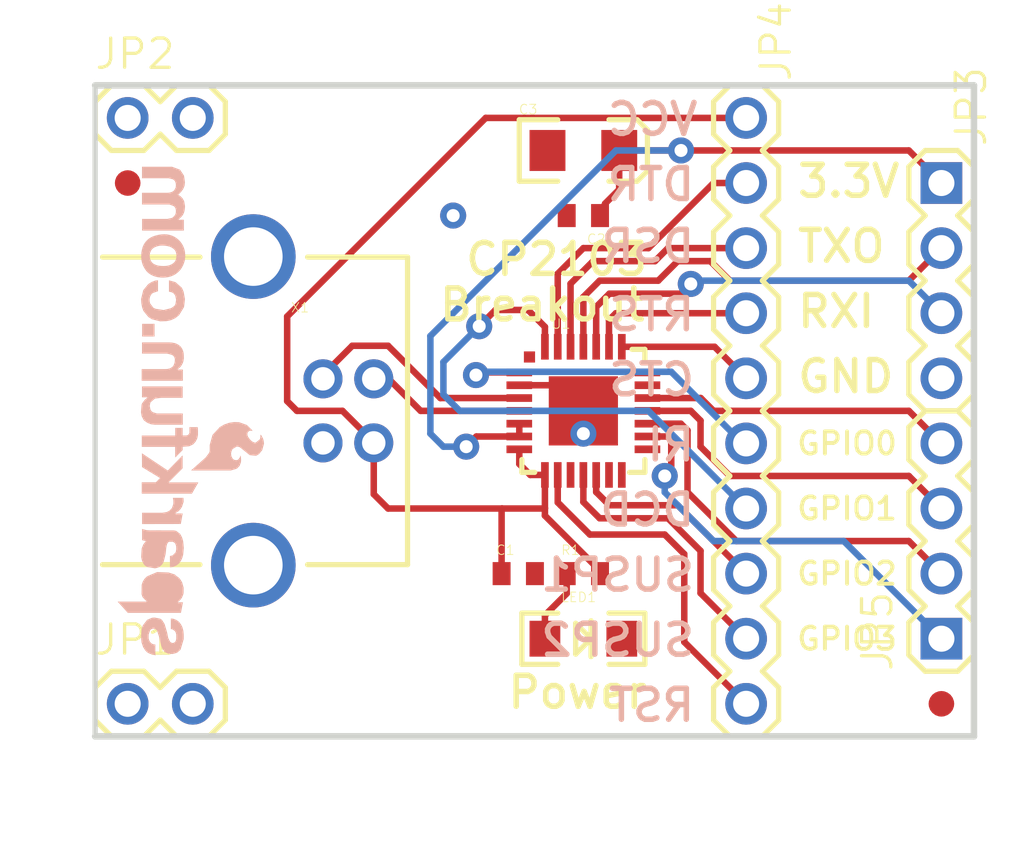
<source format=kicad_pcb>
(kicad_pcb (version 20211014) (generator pcbnew)
  (layers (0 "F.Cu" signal) (31 "B.Cu" signal) (34 "B.Paste" user) (35 "F.Paste" user) (36 "B.SilkS" user "B.Silkscreen") (37 "F.SilkS" user "F.Silkscreen") (38 "B.Mask" user) (39 "F.Mask" user) (44 "Edge.Cuts" user))
  (net 0 "")
  (net 1 "GND")
  (net 2 "VCC")
  (net 3 "3.3V")
  (net 4 "RST")
  (net 5 "SUSP1")
  (net 6 "SUSP2")
  (net 7 "RI")
  (net 8 "DCD")
  (net 9 "DTR")
  (net 10 "DSR")
  (net 11 "RTS")
  (net 12 "CTS")
  (net 13 "TX")
  (net 14 "RX")
  (net 15 "N$3")
  (net 16 "D-")
  (net 17 "D+")
  (net 18 "GPIO0")
  (net 19 "GPIO1")
  (net 20 "GPIO2")
  (net 21 "GPIO3")
  (footprint "boardEagle:LED-1206" (layer "F.Cu") (at 150.4061 113.8936)
    (fp_text reference "LED1" (at -0.889 -1.397) (layer "F.SilkS") (effects (font (size 0.373888 0.373888) (thickness 0.032512)) (justify left bottom)))
    (fp_text value "Red")
    (pad "A" smd rect (at -1.5 0) (size 1.2 1.4) (layers "F.Cu" "F.Paste" "F.Mask") (net 15 "N$3"))
    (pad "C" smd rect (at 1.5 0) (size 1.2 1.4) (layers "F.Cu" "F.Paste" "F.Mask") (net 1 "GND"))
  )
  (footprint "boardEagle:C0402" (layer "F.Cu") (at 150.4061 111.3536)
    (fp_text reference "R1" (at -0.889 -0.6985) (layer "F.SilkS") (effects (font (size 0.373888 0.373888) (thickness 0.032512)) (justify left bottom)))
    (fp_text value "330")
    (pad "1" smd rect (at -0.65 0) (size 0.7 0.9) (layers "F.Cu" "F.Paste" "F.Mask") (net 15 "N$3"))
    (pad "2" smd rect (at 0.65 0) (size 0.7 0.9) (layers "F.Cu" "F.Paste" "F.Mask") (net 2 "VCC"))
  )
  (footprint "boardEagle:USB-B-PTH" (layer "F.Cu") (at 140.2461 105.0036)
    (fp_text reference "X1" (at -1.27 -3.81) (layer "F.SilkS") (effects (font (size 0.373888 0.373888) (thickness 0.032512)) (justify left bottom)))
    (fp_text value "USBPTH")
    (pad "D+" thru_hole circle (at 0 -1.25 270) (size 1.524 1.524) (drill 0.9144) (layers *.Cu *.Mask) (net 17 "D+"))
    (pad "D-" thru_hole circle (at 1.9812 -1.25 90) (size 1.524 1.524) (drill 0.9144) (layers *.Cu *.Mask) (net 16 "D-"))
    (pad "GND" thru_hole circle (at 0 1.25 270) (size 1.524 1.524) (drill 0.9144) (layers *.Cu *.Mask) (net 1 "GND"))
    (pad "P$1" thru_hole circle (at -2.7178 6.0198) (size 3.302 3.302) (drill 2.286) (layers *.Cu *.Mask))
    (pad "P$2" thru_hole circle (at -2.7178 -6.0198) (size 3.302 3.302) (drill 2.286) (layers *.Cu *.Mask))
    (pad "VBUS" thru_hole circle (at 1.9812 1.25 90) (size 1.524 1.524) (drill 0.9144) (layers *.Cu *.Mask) (net 2 "VCC"))
  )
  (footprint "boardEagle:1X04" (layer "F.Cu") (at 164.3761 113.8936 90)
    (fp_text reference "JP5" (at -1.3462 -1.8288 90) (layer "F.SilkS") (effects (font (size 1.143 1.143) (thickness 0.127)) (justify left bottom)))
    (fp_text value "")
    (pad "1" thru_hole rect (at 0 0 180) (size 1.6256 1.6256) (drill 1.016) (layers *.Cu *.Mask) (net 21 "GPIO3"))
    (pad "2" thru_hole circle (at 2.54 0 180) (size 1.6256 1.6256) (drill 1.016) (layers *.Cu *.Mask) (net 20 "GPIO2"))
    (pad "3" thru_hole circle (at 5.08 0 180) (size 1.6256 1.6256) (drill 1.016) (layers *.Cu *.Mask) (net 19 "GPIO1"))
    (pad "4" thru_hole circle (at 7.62 0 180) (size 1.6256 1.6256) (drill 1.016) (layers *.Cu *.Mask) (net 18 "GPIO0"))
  )
  (footprint "boardEagle:1X02" (layer "F.Cu") (at 132.6261 93.5736)
    (fp_text reference "JP2" (at -1.3462 -1.8288) (layer "F.SilkS") (effects (font (size 1.143 1.143) (thickness 0.127)) (justify left bottom)))
    (fp_text value "")
    (pad "1" thru_hole circle (at 0 0 90) (size 1.6256 1.6256) (drill 1.016) (layers *.Cu *.Mask))
    (pad "2" thru_hole circle (at 2.54 0 90) (size 1.6256 1.6256) (drill 1.016) (layers *.Cu *.Mask))
  )
  (footprint "boardEagle:STAND-OFF" (layer "F.Cu") (at 141.5161 115.1636)
    (fp_text reference "U$6" hide)
    (fp_text value "STAND-OFF" hide)
    (pad "" np_thru_hole circle (at 0 0) (size 3.302 3.302) (drill 3.302) (layers *.Cu *.Mask))
  )
  (footprint "boardEagle:STAND-OFF" (layer "F.Cu") (at 141.5161 94.8436)
    (fp_text reference "U$7" hide)
    (fp_text value "STAND-OFF" hide)
    (pad "" np_thru_hole circle (at 0 0) (size 3.302 3.302) (drill 3.302) (layers *.Cu *.Mask))
  )
  (footprint "boardEagle:EIA3216" (layer "F.Cu") (at 150.4061 94.8436)
    (fp_text reference "C3" (at -2.54 -1.381) (layer "F.SilkS") (effects (font (size 0.373888 0.373888) (thickness 0.032512)) (justify left bottom)))
    (fp_text value "10uF")
    (pad "A" smd rect (at 1.4 0 90) (size 1.6 1.4) (layers "F.Cu" "F.Paste" "F.Mask") (net 3 "3.3V"))
    (pad "C" smd rect (at -1.4 0 90) (size 1.6 1.4) (layers "F.Cu" "F.Paste" "F.Mask") (net 1 "GND"))
  )
  (footprint "boardEagle:1X02" (layer "F.Cu") (at 132.6261 116.4336)
    (fp_text reference "JP1" (at -1.3462 -1.8288) (layer "F.SilkS") (effects (font (size 1.143 1.143) (thickness 0.127)) (justify left bottom)))
    (fp_text value "")
    (pad "1" thru_hole circle (at 0 0 90) (size 1.6256 1.6256) (drill 1.016) (layers *.Cu *.Mask))
    (pad "2" thru_hole circle (at 2.54 0 90) (size 1.6256 1.6256) (drill 1.016) (layers *.Cu *.Mask))
  )
  (footprint "boardEagle:FIDUCIAL-1X2" (layer "F.Cu") (at 164.3761 116.4336)
    (fp_text reference "U$2" hide)
    (fp_text value "FIDUCIAL1X2" hide)
    (pad "1" smd roundrect (at 0 0) (size 1 1) (layers "F.Cu" "F.Mask") (roundrect_rratio 0.5))
  )
  (footprint "boardEagle:C0402" (layer "F.Cu") (at 150.4061 97.3836 180)
    (fp_text reference "C2" (at -0.889 -0.6985 180) (layer "F.SilkS") (effects (font (size 0.373888 0.373888) (thickness 0.032512)) (justify right top)))
    (fp_text value "0.1uF")
    (pad "1" smd rect (at -0.65 0 180) (size 0.7 0.9) (layers "F.Cu" "F.Paste" "F.Mask") (net 3 "3.3V"))
    (pad "2" smd rect (at 0.65 0 180) (size 0.7 0.9) (layers "F.Cu" "F.Paste" "F.Mask") (net 1 "GND"))
  )
  (footprint "boardEagle:FIDUCIAL-1X2" (layer "F.Cu") (at 132.6261 96.1136)
    (fp_text reference "U$3" hide)
    (fp_text value "FIDUCIAL1X2" hide)
    (pad "1" smd roundrect (at 0 0) (size 1 1) (layers "F.Cu" "F.Mask") (roundrect_rratio 0.5))
  )
  (footprint "boardEagle:1X10" (layer "F.Cu") (at 156.7561 93.5736 -90)
    (fp_text reference "JP4" (at -1.3462 -1.8288 -90) (layer "F.SilkS") (effects (font (size 1.143 1.143) (thickness 0.127)) (justify left bottom)))
    (fp_text value "")
    (pad "1" thru_hole circle (at 0 0) (size 1.6256 1.6256) (drill 1.016) (layers *.Cu *.Mask) (net 2 "VCC"))
    (pad "2" thru_hole circle (at 2.54 0) (size 1.6256 1.6256) (drill 1.016) (layers *.Cu *.Mask) (net 9 "DTR"))
    (pad "3" thru_hole circle (at 5.08 0) (size 1.6256 1.6256) (drill 1.016) (layers *.Cu *.Mask) (net 10 "DSR"))
    (pad "4" thru_hole circle (at 7.62 0) (size 1.6256 1.6256) (drill 1.016) (layers *.Cu *.Mask) (net 11 "RTS"))
    (pad "5" thru_hole circle (at 10.16 0) (size 1.6256 1.6256) (drill 1.016) (layers *.Cu *.Mask) (net 12 "CTS"))
    (pad "6" thru_hole circle (at 12.7 0) (size 1.6256 1.6256) (drill 1.016) (layers *.Cu *.Mask) (net 7 "RI"))
    (pad "7" thru_hole circle (at 15.24 0) (size 1.6256 1.6256) (drill 1.016) (layers *.Cu *.Mask) (net 8 "DCD"))
    (pad "8" thru_hole circle (at 17.78 0) (size 1.6256 1.6256) (drill 1.016) (layers *.Cu *.Mask) (net 5 "SUSP1"))
    (pad "9" thru_hole circle (at 20.32 0) (size 1.6256 1.6256) (drill 1.016) (layers *.Cu *.Mask) (net 6 "SUSP2"))
    (pad "10" thru_hole circle (at 22.86 0) (size 1.6256 1.6256) (drill 1.016) (layers *.Cu *.Mask) (net 4 "RST"))
  )
  (footprint "boardEagle:C0402" (layer "F.Cu") (at 147.8661 111.3536)
    (fp_text reference "C1" (at -0.889 -0.6985) (layer "F.SilkS") (effects (font (size 0.373888 0.373888) (thickness 0.032512)) (justify left bottom)))
    (fp_text value "1uF")
    (pad "1" smd rect (at -0.65 0) (size 0.7 0.9) (layers "F.Cu" "F.Paste" "F.Mask") (net 2 "VCC"))
    (pad "2" smd rect (at 0.65 0) (size 0.7 0.9) (layers "F.Cu" "F.Paste" "F.Mask") (net 1 "GND"))
  )
  (footprint "boardEagle:MLP28" (layer "F.Cu") (at 150.4061 105.0036)
    (fp_text reference "U1" (at -1.27 -3.175) (layer "F.SilkS") (effects (font (size 0.373888 0.373888) (thickness 0.032512)) (justify left bottom)))
    (fp_text value "CP2103")
    (pad "1" smd rect (at -2.5 -1.5) (size 1 0.3) (layers "F.Cu") (net 7 "RI"))
    (pad "2" smd rect (at -2.5 -1) (size 1 0.3) (layers "F.Cu") (net 1 "GND"))
    (pad "3" smd rect (at -2.5 -0.5) (size 1 0.3) (layers "F.Cu") (net 17 "D+"))
    (pad "4" smd rect (at -2.5 0) (size 1 0.3) (layers "F.Cu") (net 16 "D-"))
    (pad "5" smd rect (at -2.5 0.5) (size 1 0.3) (layers "F.Cu") (net 3 "3.3V"))
    (pad "6" smd rect (at -2.5 1) (size 1 0.3) (layers "F.Cu") (net 3 "3.3V"))
    (pad "7" smd rect (at -2.5 1.5) (size 1 0.3) (layers "F.Cu") (net 2 "VCC"))
    (pad "8" smd rect (at -1.5 2.5 90) (size 1 0.3) (layers "F.Cu") (net 2 "VCC"))
    (pad "9" smd rect (at -1 2.5 90) (size 1 0.3) (layers "F.Cu") (net 4 "RST"))
    (pad "10" smd rect (at -0.5 2.5 90) (size 1 0.3) (layers "F.Cu"))
    (pad "11" smd rect (at 0 2.5 90) (size 1 0.3) (layers "F.Cu") (net 6 "SUSP2"))
    (pad "12" smd rect (at 0.5 2.5 90) (size 1 0.3) (layers "F.Cu") (net 5 "SUSP1"))
    (pad "13" smd rect (at 1 2.5 90) (size 1 0.3) (layers "F.Cu"))
    (pad "14" smd rect (at 1.5 2.5 90) (size 1 0.3) (layers "F.Cu"))
    (pad "15" smd rect (at 2.5 1.5 180) (size 1 0.3) (layers "F.Cu"))
    (pad "16" smd rect (at 2.5 1 180) (size 1 0.3) (layers "F.Cu") (net 21 "GPIO3"))
    (pad "17" smd rect (at 2.5 0.5 180) (size 1 0.3) (layers "F.Cu") (net 20 "GPIO2"))
    (pad "18" smd rect (at 2.5 0 180) (size 1 0.3) (layers "F.Cu") (net 19 "GPIO1"))
    (pad "19" smd rect (at 2.5 -0.5 180) (size 1 0.3) (layers "F.Cu") (net 18 "GPIO0"))
    (pad "20" smd rect (at 2.5 -1 180) (size 1 0.3) (layers "F.Cu"))
    (pad "21" smd rect (at 2.5 -1.5 180) (size 1 0.3) (layers "F.Cu"))
    (pad "22" smd rect (at 1.5 -2.5 270) (size 1 0.3) (layers "F.Cu") (net 12 "CTS"))
    (pad "23" smd rect (at 1 -2.5 270) (size 1 0.3) (layers "F.Cu") (net 11 "RTS"))
    (pad "24" smd rect (at 0.5 -2.5 270) (size 1 0.3) (layers "F.Cu") (net 14 "RX"))
    (pad "25" smd rect (at 0 -2.5 270) (size 1 0.3) (layers "F.Cu") (net 13 "TX"))
    (pad "26" smd rect (at -0.5 -2.5 270) (size 1 0.3) (layers "F.Cu") (net 10 "DSR"))
    (pad "27" smd rect (at -1 -2.5 270) (size 1 0.3) (layers "F.Cu") (net 9 "DTR"))
    (pad "28" smd rect (at -1.5 -2.5 270) (size 1 0.3) (layers "F.Cu") (net 8 "DCD"))
    (pad "EXP" smd rect (at 0 0) (size 2.7 2.7) (layers "F.Cu") (net 1 "GND"))
    (pad "M" smd rect (at -2.1025 -2.1025) (size 0.435 0.435) (layers "F.Cu") (net 1 "GND"))
  )
  (footprint "boardEagle:1X04" (layer "F.Cu") (at 164.3761 96.1136 -90)
    (fp_text reference "JP3" (at -1.3462 -1.8288 -90) (layer "F.SilkS") (effects (font (size 1.143 1.143) (thickness 0.127)) (justify left bottom)))
    (fp_text value "")
    (pad "1" thru_hole rect (at 0 0) (size 1.6256 1.6256) (drill 1.016) (layers *.Cu *.Mask) (net 3 "3.3V"))
    (pad "2" thru_hole circle (at 2.54 0) (size 1.6256 1.6256) (drill 1.016) (layers *.Cu *.Mask) (net 13 "TX"))
    (pad "3" thru_hole circle (at 5.08 0) (size 1.6256 1.6256) (drill 1.016) (layers *.Cu *.Mask) (net 14 "RX"))
    (pad "4" thru_hole circle (at 7.62 0) (size 1.6256 1.6256) (drill 1.016) (layers *.Cu *.Mask) (net 1 "GND"))
  )
  (footprint "boardEagle:SFE-NEW-WEBLOGO" (layer "B.Cu") (at 132.2451 114.5286 90)
    (fp_text reference "U$1" hide)
    (fp_text value "LOGO-SFENEW" hide)
  )
  (gr_line (start 165.6461 117.7036) (end 165.6461 92.3036) (layer "Edge.Cuts") (width 0.254))
  (gr_line (start 131.3561 117.7036) (end 165.6461 117.7036) (layer "Edge.Cuts") (width 0.254))
  (gr_line (start 131.3561 92.3036) (end 131.3561 117.7036) (layer "Edge.Cuts") (width 0.2032))
  (gr_line (start 165.6461 92.3036) (end 131.3561 92.3036) (layer "Edge.Cuts") (width 0.254))
  (gr_text "VCC" (at 154.9781 94.3356) (layer "B.SilkS") (effects (font (size 1.20904 1.20904) (thickness 0.21336)) (justify left bottom mirror)))
  (gr_text "RST" (at 154.8511 117.1956) (layer "B.SilkS") (effects (font (size 1.20904 1.20904) (thickness 0.21336)) (justify left bottom mirror)))
  (gr_text "DCD" (at 154.8511 109.5756) (layer "B.SilkS") (effects (font (size 1.20904 1.20904) (thickness 0.21336)) (justify left bottom mirror)))
  (gr_text "CTS" (at 154.8511 104.4956) (layer "B.SilkS") (effects (font (size 1.20904 1.20904) (thickness 0.21336)) (justify left bottom mirror)))
  (gr_text "DTR" (at 154.8511 96.8756) (layer "B.SilkS") (effects (font (size 1.20904 1.20904) (thickness 0.21336)) (justify left bottom mirror)))
  (gr_text "SUSP2" (at 154.8511 114.6556) (layer "B.SilkS") (effects (font (size 1.20904 1.20904) (thickness 0.21336)) (justify left bottom mirror)))
  (gr_text "SUSP1" (at 154.8511 112.1156) (layer "B.SilkS") (effects (font (size 1.20904 1.20904) (thickness 0.21336)) (justify left bottom mirror)))
  (gr_text "RTS" (at 154.8511 101.9556) (layer "B.SilkS") (effects (font (size 1.20904 1.20904) (thickness 0.21336)) (justify left bottom mirror)))
  (gr_text "DSR" (at 154.8511 99.2886) (layer "B.SilkS") (effects (font (size 1.20904 1.20904) (thickness 0.21336)) (justify left bottom mirror)))
  (gr_text "RI" (at 154.8511 107.0356) (layer "B.SilkS") (effects (font (size 1.20904 1.20904) (thickness 0.21336)) (justify left bottom mirror)))
  (gr_text "GND" (at 158.6611 104.3686) (layer "F.SilkS") (effects (font (size 1.20904 1.20904) (thickness 0.21336)) (justify left bottom)))
  (gr_text "GPIO3" (at 158.6611 114.4016) (layer "F.SilkS") (effects (font (size 0.8636 0.8636) (thickness 0.1524)) (justify left bottom)))
  (gr_text "RXI" (at 158.6611 101.8286) (layer "F.SilkS") (effects (font (size 1.20904 1.20904) (thickness 0.21336)) (justify left bottom)))
  (gr_text "GPIO0" (at 158.6611 106.7816) (layer "F.SilkS") (effects (font (size 0.8636 0.8636) (thickness 0.1524)) (justify left bottom)))
  (gr_text "Power" (at 147.3581 116.6876) (layer "F.SilkS") (effects (font (size 1.20904 1.20904) (thickness 0.21336)) (justify left bottom)))
  (gr_text "GPIO2" (at 158.6611 111.8616) (layer "F.SilkS") (effects (font (size 0.8636 0.8636) (thickness 0.1524)) (justify left bottom)))
  (gr_text "3.3V" (at 158.6611 96.7486) (layer "F.SilkS") (effects (font (size 1.20904 1.20904) (thickness 0.21336)) (justify left bottom)))
  (gr_text "Breakout" (at 144.6911 101.5746) (layer "F.SilkS") (effects (font (size 1.20904 1.20904) (thickness 0.21336)) (justify left bottom)))
  (gr_text "CP2103" (at 145.7071 99.7966) (layer "F.SilkS") (effects (font (size 1.20904 1.20904) (thickness 0.21336)) (justify left bottom)))
  (gr_text "TXO" (at 158.6611 99.2886) (layer "F.SilkS") (effects (font (size 1.20904 1.20904) (thickness 0.21336)) (justify left bottom)))
  (gr_text "GPIO1" (at 158.6611 109.3216) (layer "F.SilkS") (effects (font (size 0.8636 0.8636) (thickness 0.1524)) (justify left bottom)))
  (segment (start 149.7871 104.0036) (end 150.4061 104.6226) (width 0.254) (layer "F.Cu") (net 1))
  (segment (start 147.9061 104.0036) (end 149.7871 104.0036) (width 0.254) (layer "F.Cu") (net 1))
  (segment (start 150.4061 104.6226) (end 150.4061 105.0036) (width 0.254) (layer "F.Cu") (net 1))
  (via (at 145.3261 97.3836) (size 1.016) (drill 0.508) (layers "F.Cu" "B.Cu") (net 1))
  (via (at 150.4061 105.8926) (size 1.016) (drill 0.508) (layers "F.Cu" "B.Cu") (net 1))
  (segment (start 148.9061 109.0916) (end 151.1681 111.3536) (width 0.254) (layer "F.Cu") (net 2))
  (segment (start 148.9061 108.8136) (end 148.9061 109.0916) (width 0.254) (layer "F.Cu") (net 2))
  (segment (start 148.8821 108.8136) (end 148.9061 108.7896) (width 0.254) (layer "F.Cu") (net 2))
  (segment (start 148.8821 108.8136) (end 148.9061 108.8136) (width 0.254) (layer "F.Cu") (net 2))
  (segment (start 147.2161 111.3536) (end 147.1041 111.3536) (width 0.254) (layer "F.Cu") (net 2))
  (segment (start 148.9061 107.5036) (end 148.3341 107.5036) (width 0.254) (layer "F.Cu") (net 2))
  (segment (start 141.0081 105.0036) (end 139.2301 105.0036) (width 0.254) (layer "F.Cu") (net 2))
  (segment (start 142.2273 106.2536) (end 142.2273 106.2228) (width 0.254) (layer "F.Cu") (net 2))
  (segment (start 147.9061 107.0756) (end 147.9061 106.5036) (width 0.254) (layer "F.Cu") (net 2))
  (segment (start 147.2311 108.8136) (end 147.2161 108.8286) (width 0.254) (layer "F.Cu") (net 2))
  (segment (start 142.2273 108.2548) (end 142.2273 106.2536) (width 0.254) (layer "F.Cu") (net 2))
  (segment (start 148.9061 108.7896) (end 148.9061 107.5036) (width 0.254) (layer "F.Cu") (net 2))
  (segment (start 138.8491 104.6226) (end 138.8491 101.3206) (width 0.254) (layer "F.Cu") (net 2))
  (segment (start 151.1681 111.3536) (end 151.0561 111.3536) (width 0.254) (layer "F.Cu") (net 2))
  (segment (start 148.3341 107.5036) (end 147.9061 107.0756) (width 0.254) (layer "F.Cu") (net 2))
  (segment (start 146.5961 93.5736) (end 156.7561 93.5736) (width 0.254) (layer "F.Cu") (net 2))
  (segment (start 139.2301 105.0036) (end 138.8491 104.6226) (width 0.254) (layer "F.Cu") (net 2))
  (segment (start 142.7861 108.8136) (end 147.2311 108.8136) (width 0.254) (layer "F.Cu") (net 2))
  (segment (start 142.7861 108.8136) (end 142.2273 108.2548) (width 0.254) (layer "F.Cu") (net 2))
  (segment (start 147.2161 108.8286) (end 147.2161 111.3536) (width 0.254) (layer "F.Cu") (net 2))
  (segment (start 147.2311 108.8136) (end 148.8821 108.8136) (width 0.254) (layer "F.Cu") (net 2))
  (segment (start 142.2273 106.2228) (end 141.0081 105.0036) (width 0.254) (layer "F.Cu") (net 2))
  (segment (start 138.8491 101.3206) (end 146.5961 93.5736) (width 0.254) (layer "F.Cu") (net 2))
  (segment (start 154.2161 94.8436) (end 163.1061 94.8436) (width 0.254) (layer "F.Cu") (net 3))
  (segment (start 154.2161 94.8436) (end 151.8061 94.8436) (width 0.254) (layer "F.Cu") (net 3))
  (segment (start 147.9061 106.0036) (end 147.8821 106.0036) (width 0.254) (layer "F.Cu") (net 3))
  (segment (start 147.8821 106.0036) (end 147.8661 106.0196) (width 0.254) (layer "F.Cu") (net 3))
  (segment (start 151.8061 94.9676) (end 151.8031 94.9706) (width 0.254) (layer "F.Cu") (net 3))
  (segment (start 146.2311 106.0036) (end 147.9061 106.0036) (width 0.254) (layer "F.Cu") (net 3))
  (segment (start 151.8031 94.9706) (end 151.8031 96.3676) (width 0.254) (layer "F.Cu") (net 3))
  (segment (start 147.8821 106.0036) (end 147.9061 105.9796) (width 0.254) (layer "F.Cu") (net 3))
  (segment (start 151.2561 96.9146) (end 151.0561 97.3836) (width 0.254) (layer "F.Cu") (net 3))
  (segment (start 151.8061 94.8436) (end 151.8061 94.9676) (width 0.254) (layer "F.Cu") (net 3))
  (segment (start 151.8031 96.3676) (end 151.2561 96.9146) (width 0.254) (layer "F.Cu") (net 3))
  (segment (start 147.9061 105.9796) (end 147.9061 105.5036) (width 0.254) (layer "F.Cu") (net 3))
  (segment (start 163.1061 94.8436) (end 164.3761 96.1136) (width 0.254) (layer "F.Cu") (net 3))
  (segment (start 145.8341 106.4006) (end 146.2311 106.0036) (width 0.254) (layer "F.Cu") (net 3))
  (via (at 154.2161 94.8436) (size 1.016) (drill 0.508) (layers "F.Cu" "B.Cu") (net 3))
  (via (at 145.8341 106.4006) (size 1.016) (drill 0.508) (layers "F.Cu" "B.Cu") (net 3))
  (segment (start 145.8341 106.4006) (end 145.5801 106.4006) (width 0.254) (layer "B.Cu") (net 3))
  (segment (start 144.9451 106.4006) (end 144.4371 105.8926) (width 0.254) (layer "B.Cu") (net 3))
  (segment (start 145.8341 106.4006) (end 144.9451 106.4006) (width 0.254) (layer "B.Cu") (net 3))
  (segment (start 144.4371 105.8926) (end 144.4371 102.0826) (width 0.254) (layer "B.Cu") (net 3))
  (segment (start 144.4371 102.0826) (end 151.6761 94.8436) (width 0.254) (layer "B.Cu") (net 3))
  (segment (start 151.6761 94.8436) (end 154.2161 94.8436) (width 0.254) (layer "B.Cu") (net 3))
  (segment (start 150.6601 109.8296) (end 149.5171 108.6866) (width 0.254) (layer "F.Cu") (net 4))
  (segment (start 156.7561 116.4336) (end 154.3431 114.0206) (width 0.254) (layer "F.Cu") (net 4))
  (segment (start 153.5811 109.8296) (end 150.6601 109.8296) (width 0.254) (layer "F.Cu") (net 4))
  (segment (start 149.4061 108.5756) (end 149.4061 107.5036) (width 0.254) (layer "F.Cu") (net 4))
  (segment (start 154.3431 110.5916) (end 153.5811 109.8296) (width 0.254) (layer "F.Cu") (net 4))
  (segment (start 154.3431 114.0206) (end 154.3431 110.5916) (width 0.254) (layer "F.Cu") (net 4))
  (segment (start 149.5171 108.6866) (end 149.4061 108.5756) (width 0.254) (layer "F.Cu") (net 4))
  (segment (start 154.0891 108.6866) (end 156.7561 111.3536) (width 0.254) (layer "F.Cu") (net 5))
  (segment (start 150.9061 108.1706) (end 150.9141 108.1786) (width 0.254) (layer "F.Cu") (net 5))
  (segment (start 150.9061 108.1706) (end 150.9061 107.5036) (width 0.254) (layer "F.Cu") (net 5))
  (segment (start 151.4221 108.6866) (end 154.0891 108.6866) (width 0.254) (layer "F.Cu") (net 5))
  (segment (start 150.9141 108.1786) (end 151.4221 108.6866) (width 0.254) (layer "F.Cu") (net 5))
  (segment (start 153.7081 109.1946) (end 154.9781 110.4646) (width 0.254) (layer "F.Cu") (net 6))
  (segment (start 150.4061 108.5596) (end 151.0411 109.1946) (width 0.254) (layer "F.Cu") (net 6))
  (segment (start 154.9781 110.4646) (end 154.9781 112.1156) (width 0.254) (layer "F.Cu") (net 6))
  (segment (start 154.9781 112.1156) (end 156.7561 113.8936) (width 0.254) (layer "F.Cu") (net 6))
  (segment (start 150.4061 108.5596) (end 150.4061 107.5036) (width 0.254) (layer "F.Cu") (net 6))
  (segment (start 151.0411 109.1946) (end 153.7081 109.1946) (width 0.254) (layer "F.Cu") (net 6))
  (segment (start 146.2151 103.6066) (end 146.2391 103.5036) (width 0.254) (layer "F.Cu") (net 7))
  (segment (start 146.2391 103.5036) (end 147.9061 103.5036) (width 0.254) (layer "F.Cu") (net 7))
  (via (at 146.2151 103.6066) (size 1.016) (drill 0.508) (layers "F.Cu" "B.Cu") (net 7))
  (segment (start 156.6291 106.2736) (end 156.7561 106.2736) (width 0.254) (layer "B.Cu") (net 7))
  (segment (start 146.2151 103.6066) (end 146.3421 103.4796) (width 0.254) (layer "B.Cu") (net 7))
  (segment (start 153.8351 103.4796) (end 156.6291 106.2736) (width 0.254) (layer "B.Cu") (net 7))
  (segment (start 146.3421 103.4796) (end 153.8351 103.4796) (width 0.254) (layer "B.Cu") (net 7))
  (segment (start 146.3421 101.7016) (end 146.9771 101.0666) (width 0.254) (layer "F.Cu") (net 8))
  (segment (start 148.2471 101.0666) (end 148.9061 101.7256) (width 0.254) (layer "F.Cu") (net 8))
  (segment (start 146.9771 101.0666) (end 148.2471 101.0666) (width 0.254) (layer "F.Cu") (net 8))
  (segment (start 148.9061 101.7256) (end 148.9061 102.5036) (width 0.254) (layer "F.Cu") (net 8))
  (via (at 146.3421 101.7016) (size 1.016) (drill 0.508) (layers "F.Cu" "B.Cu") (net 8))
  (segment (start 144.9451 103.0986) (end 146.3421 101.7016) (width 0.254) (layer "B.Cu") (net 8))
  (segment (start 144.9451 103.0986) (end 144.9451 104.3686) (width 0.254) (layer "B.Cu") (net 8))
  (segment (start 145.5801 105.0036) (end 152.9461 105.0036) (width 0.254) (layer "B.Cu") (net 8))
  (segment (start 152.9461 105.0036) (end 156.7561 108.8136) (width 0.254) (layer "B.Cu") (net 8))
  (segment (start 144.9451 104.3686) (end 145.5801 105.0036) (width 0.254) (layer "B.Cu") (net 8))
  (segment (start 150.4061 98.6536) (end 152.9461 98.6536) (width 0.254) (layer "F.Cu") (net 9))
  (segment (start 155.4861 96.1136) (end 156.7561 96.1136) (width 0.254) (layer "F.Cu") (net 9))
  (segment (start 149.4061 102.5036) (end 149.4061 99.6536) (width 0.254) (layer "F.Cu") (net 9))
  (segment (start 149.4061 99.6536) (end 150.4061 98.6536) (width 0.254) (layer "F.Cu") (net 9))
  (segment (start 152.9461 98.6536) (end 155.4861 96.1136) (width 0.254) (layer "F.Cu") (net 9))
  (segment (start 150.7871 99.1616) (end 153.2001 99.1616) (width 0.254) (layer "F.Cu") (net 10))
  (segment (start 153.7081 98.6536) (end 156.7561 98.6536) (width 0.254) (layer "F.Cu") (net 10))
  (segment (start 149.9061 100.0426) (end 150.7871 99.1616) (width 0.254) (layer "F.Cu") (net 10))
  (segment (start 153.2001 99.1616) (end 153.7081 98.6536) (width 0.254) (layer "F.Cu") (net 10))
  (segment (start 149.9061 102.5036) (end 149.9061 100.0426) (width 0.254) (layer "F.Cu") (net 10))
  (segment (start 151.4061 102.5036) (end 151.4061 101.4636) (width 0.254) (layer "F.Cu") (net 11))
  (segment (start 151.4061 101.4636) (end 151.6761 101.1936) (width 0.254) (layer "F.Cu") (net 11))
  (segment (start 151.6761 101.1936) (end 156.7561 101.1936) (width 0.254) (layer "F.Cu") (net 11))
  (segment (start 151.9061 102.5036) (end 155.5261 102.5036) (width 0.254) (layer "F.Cu") (net 12))
  (segment (start 155.5261 102.5036) (end 156.7561 103.7336) (width 0.254) (layer "F.Cu") (net 12))
  (segment (start 150.4061 102.5036) (end 150.4061 100.5586) (width 0.254) (layer "F.Cu") (net 13))
  (segment (start 155.3591 99.1616) (end 156.1211 99.9236) (width 0.254) (layer "F.Cu") (net 13))
  (segment (start 153.3271 99.9236) (end 154.0891 99.1616) (width 0.254) (layer "F.Cu") (net 13))
  (segment (start 156.1211 99.9236) (end 163.1061 99.9236) (width 0.254) (layer "F.Cu") (net 13))
  (segment (start 150.4061 100.5586) (end 151.0411 99.9236) (width 0.254) (layer "F.Cu") (net 13))
  (segment (start 151.0411 99.9236) (end 153.3271 99.9236) (width 0.254) (layer "F.Cu") (net 13))
  (segment (start 154.0891 99.1616) (end 155.3591 99.1616) (width 0.254) (layer "F.Cu") (net 13))
  (segment (start 163.1061 99.9236) (end 164.3761 98.6536) (width 0.254) (layer "F.Cu") (net 13))
  (segment (start 150.9061 102.5036) (end 150.9061 100.9476) (width 0.254) (layer "F.Cu") (net 14))
  (segment (start 154.2161 100.4316) (end 154.5971 100.0506) (width 0.254) (layer "F.Cu") (net 14))
  (segment (start 151.4221 100.4316) (end 154.2161 100.4316) (width 0.254) (layer "F.Cu") (net 14))
  (segment (start 150.9061 100.9476) (end 151.4221 100.4316) (width 0.254) (layer "F.Cu") (net 14))
  (via (at 154.5971 100.0506) (size 1.016) (drill 0.508) (layers "F.Cu" "B.Cu") (net 14))
  (segment (start 154.5971 100.0506) (end 154.7241 99.9236) (width 0.254) (layer "B.Cu") (net 14))
  (segment (start 163.1061 99.9236) (end 164.3761 101.1936) (width 0.254) (layer "B.Cu") (net 14))
  (segment (start 154.7241 99.9236) (end 163.1061 99.9236) (width 0.254) (layer "B.Cu") (net 14))
  (segment (start 148.9061 113.8936) (end 148.9061 112.9806) (width 0.254) (layer "F.Cu") (net 15))
  (segment (start 148.9061 112.9806) (end 149.7561 112.1306) (width 0.254) (layer "F.Cu") (net 15))
  (segment (start 149.7561 112.1306) (end 149.7561 111.3536) (width 0.254) (layer "F.Cu") (net 15))
  (segment (start 142.8061 103.7536) (end 144.0561 105.0036) (width 0.254) (layer "F.Cu") (net 16))
  (segment (start 144.0561 105.0036) (end 147.9061 105.0036) (width 0.254) (layer "F.Cu") (net 16))
  (segment (start 142.2273 103.7536) (end 142.8061 103.7536) (width 0.254) (layer "F.Cu") (net 16))
  (segment (start 140.2461 103.6066) (end 141.3891 102.4636) (width 0.254) (layer "F.Cu") (net 17))
  (segment (start 144.8261 104.5036) (end 147.9061 104.5036) (width 0.254) (layer "F.Cu") (net 17))
  (segment (start 140.2461 103.7536) (end 140.2461 103.6066) (width 0.254) (layer "F.Cu") (net 17))
  (segment (start 142.7861 102.4636) (end 144.8261 104.5036) (width 0.254) (layer "F.Cu") (net 17))
  (segment (start 141.3891 102.4636) (end 142.7861 102.4636) (width 0.254) (layer "F.Cu") (net 17))
  (segment (start 154.9861 104.5036) (end 155.4861 105.0036) (width 0.254) (layer "F.Cu") (net 18))
  (segment (start 155.4861 105.0036) (end 163.1061 105.0036) (width 0.254) (layer "F.Cu") (net 18))
  (segment (start 152.9061 104.5036) (end 154.9861 104.5036) (width 0.254) (layer "F.Cu") (net 18))
  (segment (start 163.1061 105.0036) (end 164.3761 106.2736) (width 0.254) (layer "F.Cu") (net 18))
  (segment (start 163.1061 107.5436) (end 164.3761 108.8136) (width 0.254) (layer "F.Cu") (net 19))
  (segment (start 154.9781 106.4006) (end 156.1211 107.5436) (width 0.254) (layer "F.Cu") (net 19))
  (segment (start 154.5971 105.0036) (end 154.9781 105.3846) (width 0.254) (layer "F.Cu") (net 19))
  (segment (start 152.9061 105.0036) (end 154.5971 105.0036) (width 0.254) (layer "F.Cu") (net 19))
  (segment (start 154.9781 105.3846) (end 154.9781 106.4006) (width 0.254) (layer "F.Cu") (net 19))
  (segment (start 156.1211 107.5436) (end 163.1061 107.5436) (width 0.254) (layer "F.Cu") (net 19))
  (segment (start 163.1061 110.0836) (end 164.3761 111.3536) (width 0.254) (layer "F.Cu") (net 20))
  (segment (start 154.2081 105.5036) (end 154.4701 105.7656) (width 0.254) (layer "F.Cu") (net 20))
  (segment (start 156.3751 110.0836) (end 163.1061 110.0836) (width 0.254) (layer "F.Cu") (net 20))
  (segment (start 152.9061 105.5036) (end 154.2081 105.5036) (width 0.254) (layer "F.Cu") (net 20))
  (segment (start 154.4701 108.1786) (end 156.3751 110.0836) (width 0.254) (layer "F.Cu") (net 20))
  (segment (start 154.4701 105.7656) (end 154.4701 108.1786) (width 0.254) (layer "F.Cu") (net 20))
  (segment (start 153.8351 107.2896) (end 153.8351 106.1466) (width 0.254) (layer "F.Cu") (net 21))
  (segment (start 153.5811 107.5436) (end 153.8351 107.2896) (width 0.254) (layer "F.Cu") (net 21))
  (segment (start 153.6921 106.0036) (end 152.9061 106.0036) (width 0.254) (layer "F.Cu") (net 21))
  (segment (start 153.8351 106.1466) (end 153.6921 106.0036) (width 0.254) (layer "F.Cu") (net 21))
  (via (at 153.5811 107.5436) (size 1.016) (drill 0.508) (layers "F.Cu" "B.Cu") (net 21))
  (segment (start 160.5661 110.0836) (end 164.3761 113.8936) (width 0.254) (layer "B.Cu") (net 21))
  (segment (start 153.5811 108.1786) (end 155.4861 110.0836) (width 0.254) (layer "B.Cu") (net 21))
  (segment (start 155.4861 110.0836) (end 160.5661 110.0836) (width 0.254) (layer "B.Cu") (net 21))
  (segment (start 153.5811 108.1786) (end 153.5811 107.5436) (width 0.254) (layer "B.Cu") (net 21))
)
</source>
